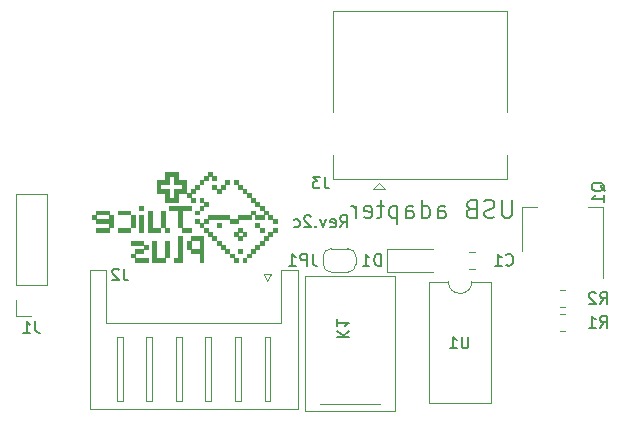
<source format=gbo>
G04 #@! TF.GenerationSoftware,KiCad,Pcbnew,5.1.9+dfsg1-1+deb11u1*
G04 #@! TF.CreationDate,2023-06-30T23:04:53+09:00*
G04 #@! TF.ProjectId,tablet-usb-adapter,7461626c-6574-42d7-9573-622d61646170,rev?*
G04 #@! TF.SameCoordinates,Original*
G04 #@! TF.FileFunction,Legend,Bot*
G04 #@! TF.FilePolarity,Positive*
%FSLAX46Y46*%
G04 Gerber Fmt 4.6, Leading zero omitted, Abs format (unit mm)*
G04 Created by KiCad (PCBNEW 5.1.9+dfsg1-1+deb11u1) date 2023-06-30 23:04:53*
%MOMM*%
%LPD*%
G01*
G04 APERTURE LIST*
%ADD10C,0.150000*%
%ADD11C,0.200000*%
%ADD12C,0.010000*%
%ADD13C,0.120000*%
%ADD14C,5.600000*%
%ADD15R,1.700000X1.700000*%
%ADD16O,1.700000X1.700000*%
%ADD17O,1.700000X1.950000*%
%ADD18C,3.500000*%
%ADD19R,1.524000X1.524000*%
%ADD20C,1.524000*%
%ADD21R,3.800000X2.000000*%
%ADD22R,1.500000X2.000000*%
%ADD23R,1.600000X1.600000*%
%ADD24O,1.600000X1.600000*%
%ADD25R,0.900000X1.200000*%
%ADD26C,0.100000*%
G04 APERTURE END LIST*
D10*
X124642857Y-75452380D02*
X124976190Y-74976190D01*
X125214285Y-75452380D02*
X125214285Y-74452380D01*
X124833333Y-74452380D01*
X124738095Y-74500000D01*
X124690476Y-74547619D01*
X124642857Y-74642857D01*
X124642857Y-74785714D01*
X124690476Y-74880952D01*
X124738095Y-74928571D01*
X124833333Y-74976190D01*
X125214285Y-74976190D01*
X123833333Y-75404761D02*
X123928571Y-75452380D01*
X124119047Y-75452380D01*
X124214285Y-75404761D01*
X124261904Y-75309523D01*
X124261904Y-74928571D01*
X124214285Y-74833333D01*
X124119047Y-74785714D01*
X123928571Y-74785714D01*
X123833333Y-74833333D01*
X123785714Y-74928571D01*
X123785714Y-75023809D01*
X124261904Y-75119047D01*
X123452380Y-74785714D02*
X123214285Y-75452380D01*
X122976190Y-74785714D01*
X122595238Y-75357142D02*
X122547619Y-75404761D01*
X122595238Y-75452380D01*
X122642857Y-75404761D01*
X122595238Y-75357142D01*
X122595238Y-75452380D01*
X122166666Y-74547619D02*
X122119047Y-74500000D01*
X122023809Y-74452380D01*
X121785714Y-74452380D01*
X121690476Y-74500000D01*
X121642857Y-74547619D01*
X121595238Y-74642857D01*
X121595238Y-74738095D01*
X121642857Y-74880952D01*
X122214285Y-75452380D01*
X121595238Y-75452380D01*
X120738095Y-75404761D02*
X120833333Y-75452380D01*
X121023809Y-75452380D01*
X121119047Y-75404761D01*
X121166666Y-75357142D01*
X121214285Y-75261904D01*
X121214285Y-74976190D01*
X121166666Y-74880952D01*
X121119047Y-74833333D01*
X121023809Y-74785714D01*
X120833333Y-74785714D01*
X120738095Y-74833333D01*
D11*
X139214285Y-73178571D02*
X139214285Y-74392857D01*
X139142857Y-74535714D01*
X139071428Y-74607142D01*
X138928571Y-74678571D01*
X138642857Y-74678571D01*
X138500000Y-74607142D01*
X138428571Y-74535714D01*
X138357142Y-74392857D01*
X138357142Y-73178571D01*
X137714285Y-74607142D02*
X137500000Y-74678571D01*
X137142857Y-74678571D01*
X137000000Y-74607142D01*
X136928571Y-74535714D01*
X136857142Y-74392857D01*
X136857142Y-74250000D01*
X136928571Y-74107142D01*
X137000000Y-74035714D01*
X137142857Y-73964285D01*
X137428571Y-73892857D01*
X137571428Y-73821428D01*
X137642857Y-73750000D01*
X137714285Y-73607142D01*
X137714285Y-73464285D01*
X137642857Y-73321428D01*
X137571428Y-73250000D01*
X137428571Y-73178571D01*
X137071428Y-73178571D01*
X136857142Y-73250000D01*
X135714285Y-73892857D02*
X135500000Y-73964285D01*
X135428571Y-74035714D01*
X135357142Y-74178571D01*
X135357142Y-74392857D01*
X135428571Y-74535714D01*
X135500000Y-74607142D01*
X135642857Y-74678571D01*
X136214285Y-74678571D01*
X136214285Y-73178571D01*
X135714285Y-73178571D01*
X135571428Y-73250000D01*
X135500000Y-73321428D01*
X135428571Y-73464285D01*
X135428571Y-73607142D01*
X135500000Y-73750000D01*
X135571428Y-73821428D01*
X135714285Y-73892857D01*
X136214285Y-73892857D01*
X132928571Y-74678571D02*
X132928571Y-73892857D01*
X133000000Y-73750000D01*
X133142857Y-73678571D01*
X133428571Y-73678571D01*
X133571428Y-73750000D01*
X132928571Y-74607142D02*
X133071428Y-74678571D01*
X133428571Y-74678571D01*
X133571428Y-74607142D01*
X133642857Y-74464285D01*
X133642857Y-74321428D01*
X133571428Y-74178571D01*
X133428571Y-74107142D01*
X133071428Y-74107142D01*
X132928571Y-74035714D01*
X131571428Y-74678571D02*
X131571428Y-73178571D01*
X131571428Y-74607142D02*
X131714285Y-74678571D01*
X132000000Y-74678571D01*
X132142857Y-74607142D01*
X132214285Y-74535714D01*
X132285714Y-74392857D01*
X132285714Y-73964285D01*
X132214285Y-73821428D01*
X132142857Y-73750000D01*
X132000000Y-73678571D01*
X131714285Y-73678571D01*
X131571428Y-73750000D01*
X130214285Y-74678571D02*
X130214285Y-73892857D01*
X130285714Y-73750000D01*
X130428571Y-73678571D01*
X130714285Y-73678571D01*
X130857142Y-73750000D01*
X130214285Y-74607142D02*
X130357142Y-74678571D01*
X130714285Y-74678571D01*
X130857142Y-74607142D01*
X130928571Y-74464285D01*
X130928571Y-74321428D01*
X130857142Y-74178571D01*
X130714285Y-74107142D01*
X130357142Y-74107142D01*
X130214285Y-74035714D01*
X129500000Y-73678571D02*
X129500000Y-75178571D01*
X129500000Y-73750000D02*
X129357142Y-73678571D01*
X129071428Y-73678571D01*
X128928571Y-73750000D01*
X128857142Y-73821428D01*
X128785714Y-73964285D01*
X128785714Y-74392857D01*
X128857142Y-74535714D01*
X128928571Y-74607142D01*
X129071428Y-74678571D01*
X129357142Y-74678571D01*
X129500000Y-74607142D01*
X128357142Y-73678571D02*
X127785714Y-73678571D01*
X128142857Y-73178571D02*
X128142857Y-74464285D01*
X128071428Y-74607142D01*
X127928571Y-74678571D01*
X127785714Y-74678571D01*
X126714285Y-74607142D02*
X126857142Y-74678571D01*
X127142857Y-74678571D01*
X127285714Y-74607142D01*
X127357142Y-74464285D01*
X127357142Y-73892857D01*
X127285714Y-73750000D01*
X127142857Y-73678571D01*
X126857142Y-73678571D01*
X126714285Y-73750000D01*
X126642857Y-73892857D01*
X126642857Y-74035714D01*
X127357142Y-74178571D01*
X126000000Y-74678571D02*
X126000000Y-73678571D01*
X126000000Y-73964285D02*
X125928571Y-73821428D01*
X125857142Y-73750000D01*
X125714285Y-73678571D01*
X125571428Y-73678571D01*
D12*
G36*
X109840533Y-71087934D02*
G01*
X110170733Y-71087934D01*
X110170733Y-70757734D01*
X109840533Y-70757734D01*
X109840533Y-71087934D01*
G37*
X109840533Y-71087934D02*
X110170733Y-71087934D01*
X110170733Y-70757734D01*
X109840533Y-70757734D01*
X109840533Y-71087934D01*
G36*
X110204600Y-71087934D02*
G01*
X110534800Y-71087934D01*
X110534800Y-70757734D01*
X110204600Y-70757734D01*
X110204600Y-71087934D01*
G37*
X110204600Y-71087934D02*
X110534800Y-71087934D01*
X110534800Y-70757734D01*
X110204600Y-70757734D01*
X110204600Y-71087934D01*
G36*
X110568666Y-71087934D02*
G01*
X110898866Y-71087934D01*
X110898866Y-70757734D01*
X110568666Y-70757734D01*
X110568666Y-71087934D01*
G37*
X110568666Y-71087934D02*
X110898866Y-71087934D01*
X110898866Y-70757734D01*
X110568666Y-70757734D01*
X110568666Y-71087934D01*
G36*
X113481200Y-71087934D02*
G01*
X113811400Y-71087934D01*
X113811400Y-70757734D01*
X113481200Y-70757734D01*
X113481200Y-71087934D01*
G37*
X113481200Y-71087934D02*
X113811400Y-71087934D01*
X113811400Y-70757734D01*
X113481200Y-70757734D01*
X113481200Y-71087934D01*
G36*
X109840533Y-71452000D02*
G01*
X110170733Y-71452000D01*
X110170733Y-71121800D01*
X109840533Y-71121800D01*
X109840533Y-71452000D01*
G37*
X109840533Y-71452000D02*
X110170733Y-71452000D01*
X110170733Y-71121800D01*
X109840533Y-71121800D01*
X109840533Y-71452000D01*
G36*
X110568666Y-71452000D02*
G01*
X110898866Y-71452000D01*
X110898866Y-71121800D01*
X110568666Y-71121800D01*
X110568666Y-71452000D01*
G37*
X110568666Y-71452000D02*
X110898866Y-71452000D01*
X110898866Y-71121800D01*
X110568666Y-71121800D01*
X110568666Y-71452000D01*
G36*
X113117133Y-71452000D02*
G01*
X113447333Y-71452000D01*
X113447333Y-71121800D01*
X113117133Y-71121800D01*
X113117133Y-71452000D01*
G37*
X113117133Y-71452000D02*
X113447333Y-71452000D01*
X113447333Y-71121800D01*
X113117133Y-71121800D01*
X113117133Y-71452000D01*
G36*
X113845266Y-71452000D02*
G01*
X114175466Y-71452000D01*
X114175466Y-71121800D01*
X113845266Y-71121800D01*
X113845266Y-71452000D01*
G37*
X113845266Y-71452000D02*
X114175466Y-71452000D01*
X114175466Y-71121800D01*
X113845266Y-71121800D01*
X113845266Y-71452000D01*
G36*
X109112400Y-71816067D02*
G01*
X109442600Y-71816067D01*
X109442600Y-71485867D01*
X109112400Y-71485867D01*
X109112400Y-71816067D01*
G37*
X109112400Y-71816067D02*
X109442600Y-71816067D01*
X109442600Y-71485867D01*
X109112400Y-71485867D01*
X109112400Y-71816067D01*
G36*
X109476466Y-71816067D02*
G01*
X109806666Y-71816067D01*
X109806666Y-71485867D01*
X109476466Y-71485867D01*
X109476466Y-71816067D01*
G37*
X109476466Y-71816067D02*
X109806666Y-71816067D01*
X109806666Y-71485867D01*
X109476466Y-71485867D01*
X109476466Y-71816067D01*
G36*
X109840533Y-71816067D02*
G01*
X110170733Y-71816067D01*
X110170733Y-71485867D01*
X109840533Y-71485867D01*
X109840533Y-71816067D01*
G37*
X109840533Y-71816067D02*
X110170733Y-71816067D01*
X110170733Y-71485867D01*
X109840533Y-71485867D01*
X109840533Y-71816067D01*
G36*
X110568666Y-71816067D02*
G01*
X110898866Y-71816067D01*
X110898866Y-71485867D01*
X110568666Y-71485867D01*
X110568666Y-71816067D01*
G37*
X110568666Y-71816067D02*
X110898866Y-71816067D01*
X110898866Y-71485867D01*
X110568666Y-71485867D01*
X110568666Y-71816067D01*
G36*
X110932733Y-71816067D02*
G01*
X111262933Y-71816067D01*
X111262933Y-71485867D01*
X110932733Y-71485867D01*
X110932733Y-71816067D01*
G37*
X110932733Y-71816067D02*
X111262933Y-71816067D01*
X111262933Y-71485867D01*
X110932733Y-71485867D01*
X110932733Y-71816067D01*
G36*
X111296800Y-71816067D02*
G01*
X111627000Y-71816067D01*
X111627000Y-71485867D01*
X111296800Y-71485867D01*
X111296800Y-71816067D01*
G37*
X111296800Y-71816067D02*
X111627000Y-71816067D01*
X111627000Y-71485867D01*
X111296800Y-71485867D01*
X111296800Y-71816067D01*
G36*
X112753067Y-71816067D02*
G01*
X113083267Y-71816067D01*
X113083267Y-71485867D01*
X112753067Y-71485867D01*
X112753067Y-71816067D01*
G37*
X112753067Y-71816067D02*
X113083267Y-71816067D01*
X113083267Y-71485867D01*
X112753067Y-71485867D01*
X112753067Y-71816067D01*
G36*
X114937466Y-71816067D02*
G01*
X115267666Y-71816067D01*
X115267666Y-71485867D01*
X114937466Y-71485867D01*
X114937466Y-71816067D01*
G37*
X114937466Y-71816067D02*
X115267666Y-71816067D01*
X115267666Y-71485867D01*
X114937466Y-71485867D01*
X114937466Y-71816067D01*
G36*
X115665600Y-71816067D02*
G01*
X115995800Y-71816067D01*
X115995800Y-71485867D01*
X115665600Y-71485867D01*
X115665600Y-71816067D01*
G37*
X115665600Y-71816067D02*
X115995800Y-71816067D01*
X115995800Y-71485867D01*
X115665600Y-71485867D01*
X115665600Y-71816067D01*
G36*
X111296800Y-72180133D02*
G01*
X111627000Y-72180133D01*
X111627000Y-71849934D01*
X111296800Y-71849934D01*
X111296800Y-72180133D01*
G37*
X111296800Y-72180133D02*
X111627000Y-72180133D01*
X111627000Y-71849934D01*
X111296800Y-71849934D01*
X111296800Y-72180133D01*
G36*
X112389000Y-72180133D02*
G01*
X112719200Y-72180133D01*
X112719200Y-71849934D01*
X112389000Y-71849934D01*
X112389000Y-72180133D01*
G37*
X112389000Y-72180133D02*
X112719200Y-72180133D01*
X112719200Y-71849934D01*
X112389000Y-71849934D01*
X112389000Y-72180133D01*
G36*
X113845266Y-72180133D02*
G01*
X114175466Y-72180133D01*
X114175466Y-71849934D01*
X113845266Y-71849934D01*
X113845266Y-72180133D01*
G37*
X113845266Y-72180133D02*
X114175466Y-72180133D01*
X114175466Y-71849934D01*
X113845266Y-71849934D01*
X113845266Y-72180133D01*
G36*
X114573400Y-72180133D02*
G01*
X114903600Y-72180133D01*
X114903600Y-71849934D01*
X114573400Y-71849934D01*
X114573400Y-72180133D01*
G37*
X114573400Y-72180133D02*
X114903600Y-72180133D01*
X114903600Y-71849934D01*
X114573400Y-71849934D01*
X114573400Y-72180133D01*
G36*
X116029667Y-72180133D02*
G01*
X116359867Y-72180133D01*
X116359867Y-71849934D01*
X116029667Y-71849934D01*
X116029667Y-72180133D01*
G37*
X116029667Y-72180133D02*
X116359867Y-72180133D01*
X116359867Y-71849934D01*
X116029667Y-71849934D01*
X116029667Y-72180133D01*
G36*
X109112400Y-72188600D02*
G01*
X109442600Y-72188600D01*
X109442600Y-71858400D01*
X109112400Y-71858400D01*
X109112400Y-72188600D01*
G37*
X109112400Y-72188600D02*
X109442600Y-72188600D01*
X109442600Y-71858400D01*
X109112400Y-71858400D01*
X109112400Y-72188600D01*
G36*
X109112400Y-72544200D02*
G01*
X109442600Y-72544200D01*
X109442600Y-72214000D01*
X109112400Y-72214000D01*
X109112400Y-72544200D01*
G37*
X109112400Y-72544200D02*
X109442600Y-72544200D01*
X109442600Y-72214000D01*
X109112400Y-72214000D01*
X109112400Y-72544200D01*
G36*
X109476466Y-72544200D02*
G01*
X109806666Y-72544200D01*
X109806666Y-72214000D01*
X109476466Y-72214000D01*
X109476466Y-72544200D01*
G37*
X109476466Y-72544200D02*
X109806666Y-72544200D01*
X109806666Y-72214000D01*
X109476466Y-72214000D01*
X109476466Y-72544200D01*
G36*
X109840533Y-72544200D02*
G01*
X110170733Y-72544200D01*
X110170733Y-72214000D01*
X109840533Y-72214000D01*
X109840533Y-72544200D01*
G37*
X109840533Y-72544200D02*
X110170733Y-72544200D01*
X110170733Y-72214000D01*
X109840533Y-72214000D01*
X109840533Y-72544200D01*
G36*
X110568666Y-72544200D02*
G01*
X110898866Y-72544200D01*
X110898866Y-72214000D01*
X110568666Y-72214000D01*
X110568666Y-72544200D01*
G37*
X110568666Y-72544200D02*
X110898866Y-72544200D01*
X110898866Y-72214000D01*
X110568666Y-72214000D01*
X110568666Y-72544200D01*
G36*
X110932733Y-72544200D02*
G01*
X111262933Y-72544200D01*
X111262933Y-72214000D01*
X110932733Y-72214000D01*
X110932733Y-72544200D01*
G37*
X110932733Y-72544200D02*
X111262933Y-72544200D01*
X111262933Y-72214000D01*
X110932733Y-72214000D01*
X110932733Y-72544200D01*
G36*
X111296800Y-72544200D02*
G01*
X111627000Y-72544200D01*
X111627000Y-72214000D01*
X111296800Y-72214000D01*
X111296800Y-72544200D01*
G37*
X111296800Y-72544200D02*
X111627000Y-72544200D01*
X111627000Y-72214000D01*
X111296800Y-72214000D01*
X111296800Y-72544200D01*
G36*
X112024933Y-72544200D02*
G01*
X112355133Y-72544200D01*
X112355133Y-72214000D01*
X112024933Y-72214000D01*
X112024933Y-72544200D01*
G37*
X112024933Y-72544200D02*
X112355133Y-72544200D01*
X112355133Y-72214000D01*
X112024933Y-72214000D01*
X112024933Y-72544200D01*
G36*
X114209333Y-72544200D02*
G01*
X114539533Y-72544200D01*
X114539533Y-72214000D01*
X114209333Y-72214000D01*
X114209333Y-72544200D01*
G37*
X114209333Y-72544200D02*
X114539533Y-72544200D01*
X114539533Y-72214000D01*
X114209333Y-72214000D01*
X114209333Y-72544200D01*
G36*
X116393733Y-72544200D02*
G01*
X116723933Y-72544200D01*
X116723933Y-72214000D01*
X116393733Y-72214000D01*
X116393733Y-72544200D01*
G37*
X116393733Y-72544200D02*
X116723933Y-72544200D01*
X116723933Y-72214000D01*
X116393733Y-72214000D01*
X116393733Y-72544200D01*
G36*
X109840533Y-72908267D02*
G01*
X110170733Y-72908267D01*
X110170733Y-72578067D01*
X109840533Y-72578067D01*
X109840533Y-72908267D01*
G37*
X109840533Y-72908267D02*
X110170733Y-72908267D01*
X110170733Y-72578067D01*
X109840533Y-72578067D01*
X109840533Y-72908267D01*
G36*
X110568666Y-72908267D02*
G01*
X110898866Y-72908267D01*
X110898866Y-72578067D01*
X110568666Y-72578067D01*
X110568666Y-72908267D01*
G37*
X110568666Y-72908267D02*
X110898866Y-72908267D01*
X110898866Y-72578067D01*
X110568666Y-72578067D01*
X110568666Y-72908267D01*
G36*
X111660867Y-72908267D02*
G01*
X111991067Y-72908267D01*
X111991067Y-72578067D01*
X111660867Y-72578067D01*
X111660867Y-72908267D01*
G37*
X111660867Y-72908267D02*
X111991067Y-72908267D01*
X111991067Y-72578067D01*
X111660867Y-72578067D01*
X111660867Y-72908267D01*
G36*
X116757800Y-72908267D02*
G01*
X117088000Y-72908267D01*
X117088000Y-72578067D01*
X116757800Y-72578067D01*
X116757800Y-72908267D01*
G37*
X116757800Y-72908267D02*
X117088000Y-72908267D01*
X117088000Y-72578067D01*
X116757800Y-72578067D01*
X116757800Y-72908267D01*
G36*
X109840533Y-73272334D02*
G01*
X110170733Y-73272334D01*
X110170733Y-72942134D01*
X109840533Y-72942134D01*
X109840533Y-73272334D01*
G37*
X109840533Y-73272334D02*
X110170733Y-73272334D01*
X110170733Y-72942134D01*
X109840533Y-72942134D01*
X109840533Y-73272334D01*
G36*
X110204600Y-73272334D02*
G01*
X110534800Y-73272334D01*
X110534800Y-72942134D01*
X110204600Y-72942134D01*
X110204600Y-73272334D01*
G37*
X110204600Y-73272334D02*
X110534800Y-73272334D01*
X110534800Y-72942134D01*
X110204600Y-72942134D01*
X110204600Y-73272334D01*
G36*
X110568666Y-73272334D02*
G01*
X110898866Y-73272334D01*
X110898866Y-72942134D01*
X110568666Y-72942134D01*
X110568666Y-73272334D01*
G37*
X110568666Y-73272334D02*
X110898866Y-73272334D01*
X110898866Y-72942134D01*
X110568666Y-72942134D01*
X110568666Y-73272334D01*
G36*
X112024933Y-73272334D02*
G01*
X112355133Y-73272334D01*
X112355133Y-72942134D01*
X112024933Y-72942134D01*
X112024933Y-73272334D01*
G37*
X112024933Y-73272334D02*
X112355133Y-73272334D01*
X112355133Y-72942134D01*
X112024933Y-72942134D01*
X112024933Y-73272334D01*
G36*
X112753067Y-73272334D02*
G01*
X113083267Y-73272334D01*
X113083267Y-72942134D01*
X112753067Y-72942134D01*
X112753067Y-73272334D01*
G37*
X112753067Y-73272334D02*
X113083267Y-73272334D01*
X113083267Y-72942134D01*
X112753067Y-72942134D01*
X112753067Y-73272334D01*
G36*
X117121866Y-73272334D02*
G01*
X117452066Y-73272334D01*
X117452066Y-72942134D01*
X117121866Y-72942134D01*
X117121866Y-73272334D01*
G37*
X117121866Y-73272334D02*
X117452066Y-73272334D01*
X117452066Y-72942134D01*
X117121866Y-72942134D01*
X117121866Y-73272334D01*
G36*
X113117133Y-73636400D02*
G01*
X113447333Y-73636400D01*
X113447333Y-73306200D01*
X113117133Y-73306200D01*
X113117133Y-73636400D01*
G37*
X113117133Y-73636400D02*
X113447333Y-73636400D01*
X113447333Y-73306200D01*
X113117133Y-73306200D01*
X113117133Y-73636400D01*
G36*
X117485933Y-73636400D02*
G01*
X117816133Y-73636400D01*
X117816133Y-73306200D01*
X117485933Y-73306200D01*
X117485933Y-73636400D01*
G37*
X117485933Y-73636400D02*
X117816133Y-73636400D01*
X117816133Y-73306200D01*
X117485933Y-73306200D01*
X117485933Y-73636400D01*
G36*
X107656133Y-74000467D02*
G01*
X107986333Y-74000467D01*
X107986333Y-73670267D01*
X107656133Y-73670267D01*
X107656133Y-74000467D01*
G37*
X107656133Y-74000467D02*
X107986333Y-74000467D01*
X107986333Y-73670267D01*
X107656133Y-73670267D01*
X107656133Y-74000467D01*
G36*
X110204600Y-74000467D02*
G01*
X110534800Y-74000467D01*
X110534800Y-73670267D01*
X110204600Y-73670267D01*
X110204600Y-74000467D01*
G37*
X110204600Y-74000467D02*
X110534800Y-74000467D01*
X110534800Y-73670267D01*
X110204600Y-73670267D01*
X110204600Y-74000467D01*
G36*
X110568666Y-74000467D02*
G01*
X110898866Y-74000467D01*
X110898866Y-73670267D01*
X110568666Y-73670267D01*
X110568666Y-74000467D01*
G37*
X110568666Y-74000467D02*
X110898866Y-74000467D01*
X110898866Y-73670267D01*
X110568666Y-73670267D01*
X110568666Y-74000467D01*
G36*
X110932733Y-74000467D02*
G01*
X111262933Y-74000467D01*
X111262933Y-73670267D01*
X110932733Y-73670267D01*
X110932733Y-74000467D01*
G37*
X110932733Y-74000467D02*
X111262933Y-74000467D01*
X111262933Y-73670267D01*
X110932733Y-73670267D01*
X110932733Y-74000467D01*
G36*
X111296800Y-74000467D02*
G01*
X111627000Y-74000467D01*
X111627000Y-73670267D01*
X111296800Y-73670267D01*
X111296800Y-74000467D01*
G37*
X111296800Y-74000467D02*
X111627000Y-74000467D01*
X111627000Y-73670267D01*
X111296800Y-73670267D01*
X111296800Y-74000467D01*
G36*
X111660867Y-74000467D02*
G01*
X111991067Y-74000467D01*
X111991067Y-73670267D01*
X111660867Y-73670267D01*
X111660867Y-74000467D01*
G37*
X111660867Y-74000467D02*
X111991067Y-74000467D01*
X111991067Y-73670267D01*
X111660867Y-73670267D01*
X111660867Y-74000467D01*
G36*
X112753067Y-74000467D02*
G01*
X113083267Y-74000467D01*
X113083267Y-73670267D01*
X112753067Y-73670267D01*
X112753067Y-74000467D01*
G37*
X112753067Y-74000467D02*
X113083267Y-74000467D01*
X113083267Y-73670267D01*
X112753067Y-73670267D01*
X112753067Y-74000467D01*
G36*
X117850000Y-74000467D02*
G01*
X118180200Y-74000467D01*
X118180200Y-73670267D01*
X117850000Y-73670267D01*
X117850000Y-74000467D01*
G37*
X117850000Y-74000467D02*
X118180200Y-74000467D01*
X118180200Y-73670267D01*
X117850000Y-73670267D01*
X117850000Y-74000467D01*
G36*
X104015467Y-74364533D02*
G01*
X104345667Y-74364533D01*
X104345667Y-74034333D01*
X104015467Y-74034333D01*
X104015467Y-74364533D01*
G37*
X104015467Y-74364533D02*
X104345667Y-74364533D01*
X104345667Y-74034333D01*
X104015467Y-74034333D01*
X104015467Y-74364533D01*
G36*
X104379533Y-74364533D02*
G01*
X104709733Y-74364533D01*
X104709733Y-74034333D01*
X104379533Y-74034333D01*
X104379533Y-74364533D01*
G37*
X104379533Y-74364533D02*
X104709733Y-74364533D01*
X104709733Y-74034333D01*
X104379533Y-74034333D01*
X104379533Y-74364533D01*
G36*
X104743600Y-74364533D02*
G01*
X105073800Y-74364533D01*
X105073800Y-74034333D01*
X104743600Y-74034333D01*
X104743600Y-74364533D01*
G37*
X104743600Y-74364533D02*
X105073800Y-74364533D01*
X105073800Y-74034333D01*
X104743600Y-74034333D01*
X104743600Y-74364533D01*
G36*
X105835800Y-74364533D02*
G01*
X106166000Y-74364533D01*
X106166000Y-74034333D01*
X105835800Y-74034333D01*
X105835800Y-74364533D01*
G37*
X105835800Y-74364533D02*
X106166000Y-74364533D01*
X106166000Y-74034333D01*
X105835800Y-74034333D01*
X105835800Y-74364533D01*
G36*
X106199867Y-74364533D02*
G01*
X106530067Y-74364533D01*
X106530067Y-74034333D01*
X106199867Y-74034333D01*
X106199867Y-74364533D01*
G37*
X106199867Y-74364533D02*
X106530067Y-74364533D01*
X106530067Y-74034333D01*
X106199867Y-74034333D01*
X106199867Y-74364533D01*
G36*
X106563933Y-74364533D02*
G01*
X106894133Y-74364533D01*
X106894133Y-74034333D01*
X106563933Y-74034333D01*
X106563933Y-74364533D01*
G37*
X106563933Y-74364533D02*
X106894133Y-74364533D01*
X106894133Y-74034333D01*
X106563933Y-74034333D01*
X106563933Y-74364533D01*
G36*
X108384266Y-74364533D02*
G01*
X108714466Y-74364533D01*
X108714466Y-74034333D01*
X108384266Y-74034333D01*
X108384266Y-74364533D01*
G37*
X108384266Y-74364533D02*
X108714466Y-74364533D01*
X108714466Y-74034333D01*
X108384266Y-74034333D01*
X108384266Y-74364533D01*
G36*
X109476466Y-74364533D02*
G01*
X109806666Y-74364533D01*
X109806666Y-74034333D01*
X109476466Y-74034333D01*
X109476466Y-74364533D01*
G37*
X109476466Y-74364533D02*
X109806666Y-74364533D01*
X109806666Y-74034333D01*
X109476466Y-74034333D01*
X109476466Y-74364533D01*
G36*
X110932733Y-74364533D02*
G01*
X111262933Y-74364533D01*
X111262933Y-74034333D01*
X110932733Y-74034333D01*
X110932733Y-74364533D01*
G37*
X110932733Y-74364533D02*
X111262933Y-74364533D01*
X111262933Y-74034333D01*
X110932733Y-74034333D01*
X110932733Y-74364533D01*
G36*
X112389000Y-74364533D02*
G01*
X112719200Y-74364533D01*
X112719200Y-74034333D01*
X112389000Y-74034333D01*
X112389000Y-74364533D01*
G37*
X112389000Y-74364533D02*
X112719200Y-74364533D01*
X112719200Y-74034333D01*
X112389000Y-74034333D01*
X112389000Y-74364533D01*
G36*
X117121866Y-74364533D02*
G01*
X117452066Y-74364533D01*
X117452066Y-74034333D01*
X117121866Y-74034333D01*
X117121866Y-74364533D01*
G37*
X117121866Y-74364533D02*
X117452066Y-74364533D01*
X117452066Y-74034333D01*
X117121866Y-74034333D01*
X117121866Y-74364533D01*
G36*
X118214067Y-74364533D02*
G01*
X118544266Y-74364533D01*
X118544266Y-74034333D01*
X118214067Y-74034333D01*
X118214067Y-74364533D01*
G37*
X118214067Y-74364533D02*
X118544266Y-74364533D01*
X118544266Y-74034333D01*
X118214067Y-74034333D01*
X118214067Y-74364533D01*
G36*
X103651400Y-74728600D02*
G01*
X103981600Y-74728600D01*
X103981600Y-74398400D01*
X103651400Y-74398400D01*
X103651400Y-74728600D01*
G37*
X103651400Y-74728600D02*
X103981600Y-74728600D01*
X103981600Y-74398400D01*
X103651400Y-74398400D01*
X103651400Y-74728600D01*
G36*
X105107667Y-74728600D02*
G01*
X105437867Y-74728600D01*
X105437867Y-74398400D01*
X105107667Y-74398400D01*
X105107667Y-74728600D01*
G37*
X105107667Y-74728600D02*
X105437867Y-74728600D01*
X105437867Y-74398400D01*
X105107667Y-74398400D01*
X105107667Y-74728600D01*
G36*
X106928000Y-74728600D02*
G01*
X107258200Y-74728600D01*
X107258200Y-74398400D01*
X106928000Y-74398400D01*
X106928000Y-74728600D01*
G37*
X106928000Y-74728600D02*
X107258200Y-74728600D01*
X107258200Y-74398400D01*
X106928000Y-74398400D01*
X106928000Y-74728600D01*
G36*
X107656133Y-74728600D02*
G01*
X107986333Y-74728600D01*
X107986333Y-74398400D01*
X107656133Y-74398400D01*
X107656133Y-74728600D01*
G37*
X107656133Y-74728600D02*
X107986333Y-74728600D01*
X107986333Y-74398400D01*
X107656133Y-74398400D01*
X107656133Y-74728600D01*
G36*
X108384266Y-74728600D02*
G01*
X108714466Y-74728600D01*
X108714466Y-74398400D01*
X108384266Y-74398400D01*
X108384266Y-74728600D01*
G37*
X108384266Y-74728600D02*
X108714466Y-74728600D01*
X108714466Y-74398400D01*
X108384266Y-74398400D01*
X108384266Y-74728600D01*
G36*
X109476466Y-74728600D02*
G01*
X109806666Y-74728600D01*
X109806666Y-74398400D01*
X109476466Y-74398400D01*
X109476466Y-74728600D01*
G37*
X109476466Y-74728600D02*
X109806666Y-74728600D01*
X109806666Y-74398400D01*
X109476466Y-74398400D01*
X109476466Y-74728600D01*
G36*
X110932733Y-74728600D02*
G01*
X111262933Y-74728600D01*
X111262933Y-74398400D01*
X110932733Y-74398400D01*
X110932733Y-74728600D01*
G37*
X110932733Y-74728600D02*
X111262933Y-74728600D01*
X111262933Y-74398400D01*
X110932733Y-74398400D01*
X110932733Y-74728600D01*
G36*
X113481200Y-74728600D02*
G01*
X113811400Y-74728600D01*
X113811400Y-74398400D01*
X113481200Y-74398400D01*
X113481200Y-74728600D01*
G37*
X113481200Y-74728600D02*
X113811400Y-74728600D01*
X113811400Y-74398400D01*
X113481200Y-74398400D01*
X113481200Y-74728600D01*
G36*
X113845266Y-74728600D02*
G01*
X114175466Y-74728600D01*
X114175466Y-74398400D01*
X113845266Y-74398400D01*
X113845266Y-74728600D01*
G37*
X113845266Y-74728600D02*
X114175466Y-74728600D01*
X114175466Y-74398400D01*
X113845266Y-74398400D01*
X113845266Y-74728600D01*
G36*
X114209333Y-74728600D02*
G01*
X114539533Y-74728600D01*
X114539533Y-74398400D01*
X114209333Y-74398400D01*
X114209333Y-74728600D01*
G37*
X114209333Y-74728600D02*
X114539533Y-74728600D01*
X114539533Y-74398400D01*
X114209333Y-74398400D01*
X114209333Y-74728600D01*
G36*
X114573400Y-74728600D02*
G01*
X114903600Y-74728600D01*
X114903600Y-74398400D01*
X114573400Y-74398400D01*
X114573400Y-74728600D01*
G37*
X114573400Y-74728600D02*
X114903600Y-74728600D01*
X114903600Y-74398400D01*
X114573400Y-74398400D01*
X114573400Y-74728600D01*
G36*
X114937466Y-74728600D02*
G01*
X115267666Y-74728600D01*
X115267666Y-74398400D01*
X114937466Y-74398400D01*
X114937466Y-74728600D01*
G37*
X114937466Y-74728600D02*
X115267666Y-74728600D01*
X115267666Y-74398400D01*
X114937466Y-74398400D01*
X114937466Y-74728600D01*
G36*
X116029667Y-74728600D02*
G01*
X116359867Y-74728600D01*
X116359867Y-74398400D01*
X116029667Y-74398400D01*
X116029667Y-74728600D01*
G37*
X116029667Y-74728600D02*
X116359867Y-74728600D01*
X116359867Y-74398400D01*
X116029667Y-74398400D01*
X116029667Y-74728600D01*
G36*
X116393733Y-74728600D02*
G01*
X116723933Y-74728600D01*
X116723933Y-74398400D01*
X116393733Y-74398400D01*
X116393733Y-74728600D01*
G37*
X116393733Y-74728600D02*
X116723933Y-74728600D01*
X116723933Y-74398400D01*
X116393733Y-74398400D01*
X116393733Y-74728600D01*
G36*
X116757800Y-74728600D02*
G01*
X117088000Y-74728600D01*
X117088000Y-74398400D01*
X116757800Y-74398400D01*
X116757800Y-74728600D01*
G37*
X116757800Y-74728600D02*
X117088000Y-74728600D01*
X117088000Y-74398400D01*
X116757800Y-74398400D01*
X116757800Y-74728600D01*
G36*
X117485933Y-74728600D02*
G01*
X117816133Y-74728600D01*
X117816133Y-74398400D01*
X117485933Y-74398400D01*
X117485933Y-74728600D01*
G37*
X117485933Y-74728600D02*
X117816133Y-74728600D01*
X117816133Y-74398400D01*
X117485933Y-74398400D01*
X117485933Y-74728600D01*
G36*
X117850000Y-74728600D02*
G01*
X118180200Y-74728600D01*
X118180200Y-74398400D01*
X117850000Y-74398400D01*
X117850000Y-74728600D01*
G37*
X117850000Y-74728600D02*
X118180200Y-74728600D01*
X118180200Y-74398400D01*
X117850000Y-74398400D01*
X117850000Y-74728600D01*
G36*
X118578133Y-74728600D02*
G01*
X118908333Y-74728600D01*
X118908333Y-74398400D01*
X118578133Y-74398400D01*
X118578133Y-74728600D01*
G37*
X118578133Y-74728600D02*
X118908333Y-74728600D01*
X118908333Y-74398400D01*
X118578133Y-74398400D01*
X118578133Y-74728600D01*
G36*
X104015467Y-75092667D02*
G01*
X104345667Y-75092667D01*
X104345667Y-74762467D01*
X104015467Y-74762467D01*
X104015467Y-75092667D01*
G37*
X104015467Y-75092667D02*
X104345667Y-75092667D01*
X104345667Y-74762467D01*
X104015467Y-74762467D01*
X104015467Y-75092667D01*
G36*
X104379533Y-75092667D02*
G01*
X104709733Y-75092667D01*
X104709733Y-74762467D01*
X104379533Y-74762467D01*
X104379533Y-75092667D01*
G37*
X104379533Y-75092667D02*
X104709733Y-75092667D01*
X104709733Y-74762467D01*
X104379533Y-74762467D01*
X104379533Y-75092667D01*
G36*
X104743600Y-75092667D02*
G01*
X105073800Y-75092667D01*
X105073800Y-74762467D01*
X104743600Y-74762467D01*
X104743600Y-75092667D01*
G37*
X104743600Y-75092667D02*
X105073800Y-75092667D01*
X105073800Y-74762467D01*
X104743600Y-74762467D01*
X104743600Y-75092667D01*
G36*
X105107667Y-75092667D02*
G01*
X105437867Y-75092667D01*
X105437867Y-74762467D01*
X105107667Y-74762467D01*
X105107667Y-75092667D01*
G37*
X105107667Y-75092667D02*
X105437867Y-75092667D01*
X105437867Y-74762467D01*
X105107667Y-74762467D01*
X105107667Y-75092667D01*
G36*
X106928000Y-75092667D02*
G01*
X107258200Y-75092667D01*
X107258200Y-74762467D01*
X106928000Y-74762467D01*
X106928000Y-75092667D01*
G37*
X106928000Y-75092667D02*
X107258200Y-75092667D01*
X107258200Y-74762467D01*
X106928000Y-74762467D01*
X106928000Y-75092667D01*
G36*
X107656133Y-75092667D02*
G01*
X107986333Y-75092667D01*
X107986333Y-74762467D01*
X107656133Y-74762467D01*
X107656133Y-75092667D01*
G37*
X107656133Y-75092667D02*
X107986333Y-75092667D01*
X107986333Y-74762467D01*
X107656133Y-74762467D01*
X107656133Y-75092667D01*
G36*
X108384266Y-75092667D02*
G01*
X108714466Y-75092667D01*
X108714466Y-74762467D01*
X108384266Y-74762467D01*
X108384266Y-75092667D01*
G37*
X108384266Y-75092667D02*
X108714466Y-75092667D01*
X108714466Y-74762467D01*
X108384266Y-74762467D01*
X108384266Y-75092667D01*
G36*
X109476466Y-75092667D02*
G01*
X109806666Y-75092667D01*
X109806666Y-74762467D01*
X109476466Y-74762467D01*
X109476466Y-75092667D01*
G37*
X109476466Y-75092667D02*
X109806666Y-75092667D01*
X109806666Y-74762467D01*
X109476466Y-74762467D01*
X109476466Y-75092667D01*
G36*
X110932733Y-75092667D02*
G01*
X111262933Y-75092667D01*
X111262933Y-74762467D01*
X110932733Y-74762467D01*
X110932733Y-75092667D01*
G37*
X110932733Y-75092667D02*
X111262933Y-75092667D01*
X111262933Y-74762467D01*
X110932733Y-74762467D01*
X110932733Y-75092667D01*
G36*
X112389000Y-75092667D02*
G01*
X112719200Y-75092667D01*
X112719200Y-74762467D01*
X112389000Y-74762467D01*
X112389000Y-75092667D01*
G37*
X112389000Y-75092667D02*
X112719200Y-75092667D01*
X112719200Y-74762467D01*
X112389000Y-74762467D01*
X112389000Y-75092667D01*
G36*
X113117133Y-75092667D02*
G01*
X113447333Y-75092667D01*
X113447333Y-74762467D01*
X113117133Y-74762467D01*
X113117133Y-75092667D01*
G37*
X113117133Y-75092667D02*
X113447333Y-75092667D01*
X113447333Y-74762467D01*
X113117133Y-74762467D01*
X113117133Y-75092667D01*
G36*
X115301533Y-75092667D02*
G01*
X115631733Y-75092667D01*
X115631733Y-74762467D01*
X115301533Y-74762467D01*
X115301533Y-75092667D01*
G37*
X115301533Y-75092667D02*
X115631733Y-75092667D01*
X115631733Y-74762467D01*
X115301533Y-74762467D01*
X115301533Y-75092667D01*
G36*
X115665600Y-75092667D02*
G01*
X115995800Y-75092667D01*
X115995800Y-74762467D01*
X115665600Y-74762467D01*
X115665600Y-75092667D01*
G37*
X115665600Y-75092667D02*
X115995800Y-75092667D01*
X115995800Y-74762467D01*
X115665600Y-74762467D01*
X115665600Y-75092667D01*
G36*
X118942200Y-75092667D02*
G01*
X119272400Y-75092667D01*
X119272400Y-74762467D01*
X118942200Y-74762467D01*
X118942200Y-75092667D01*
G37*
X118942200Y-75092667D02*
X119272400Y-75092667D01*
X119272400Y-74762467D01*
X118942200Y-74762467D01*
X118942200Y-75092667D01*
G36*
X105107667Y-75456734D02*
G01*
X105437867Y-75456734D01*
X105437867Y-75126534D01*
X105107667Y-75126534D01*
X105107667Y-75456734D01*
G37*
X105107667Y-75456734D02*
X105437867Y-75456734D01*
X105437867Y-75126534D01*
X105107667Y-75126534D01*
X105107667Y-75456734D01*
G36*
X106928000Y-75456734D02*
G01*
X107258200Y-75456734D01*
X107258200Y-75126534D01*
X106928000Y-75126534D01*
X106928000Y-75456734D01*
G37*
X106928000Y-75456734D02*
X107258200Y-75456734D01*
X107258200Y-75126534D01*
X106928000Y-75126534D01*
X106928000Y-75456734D01*
G36*
X107656133Y-75456734D02*
G01*
X107986333Y-75456734D01*
X107986333Y-75126534D01*
X107656133Y-75126534D01*
X107656133Y-75456734D01*
G37*
X107656133Y-75456734D02*
X107986333Y-75456734D01*
X107986333Y-75126534D01*
X107656133Y-75126534D01*
X107656133Y-75456734D01*
G36*
X108384266Y-75456734D02*
G01*
X108714466Y-75456734D01*
X108714466Y-75126534D01*
X108384266Y-75126534D01*
X108384266Y-75456734D01*
G37*
X108384266Y-75456734D02*
X108714466Y-75456734D01*
X108714466Y-75126534D01*
X108384266Y-75126534D01*
X108384266Y-75456734D01*
G36*
X109476466Y-75456734D02*
G01*
X109806666Y-75456734D01*
X109806666Y-75126534D01*
X109476466Y-75126534D01*
X109476466Y-75456734D01*
G37*
X109476466Y-75456734D02*
X109806666Y-75456734D01*
X109806666Y-75126534D01*
X109476466Y-75126534D01*
X109476466Y-75456734D01*
G36*
X110932733Y-75456734D02*
G01*
X111262933Y-75456734D01*
X111262933Y-75126534D01*
X110932733Y-75126534D01*
X110932733Y-75456734D01*
G37*
X110932733Y-75456734D02*
X111262933Y-75456734D01*
X111262933Y-75126534D01*
X110932733Y-75126534D01*
X110932733Y-75456734D01*
G36*
X112753067Y-75456734D02*
G01*
X113083267Y-75456734D01*
X113083267Y-75126534D01*
X112753067Y-75126534D01*
X112753067Y-75456734D01*
G37*
X112753067Y-75456734D02*
X113083267Y-75456734D01*
X113083267Y-75126534D01*
X112753067Y-75126534D01*
X112753067Y-75456734D01*
G36*
X114209333Y-75456734D02*
G01*
X114539533Y-75456734D01*
X114539533Y-75126534D01*
X114209333Y-75126534D01*
X114209333Y-75456734D01*
G37*
X114209333Y-75456734D02*
X114539533Y-75456734D01*
X114539533Y-75126534D01*
X114209333Y-75126534D01*
X114209333Y-75456734D01*
G36*
X117485933Y-75456734D02*
G01*
X117816133Y-75456734D01*
X117816133Y-75126534D01*
X117485933Y-75126534D01*
X117485933Y-75456734D01*
G37*
X117485933Y-75456734D02*
X117816133Y-75456734D01*
X117816133Y-75126534D01*
X117485933Y-75126534D01*
X117485933Y-75456734D01*
G36*
X104015467Y-75820800D02*
G01*
X104345667Y-75820800D01*
X104345667Y-75490600D01*
X104015467Y-75490600D01*
X104015467Y-75820800D01*
G37*
X104015467Y-75820800D02*
X104345667Y-75820800D01*
X104345667Y-75490600D01*
X104015467Y-75490600D01*
X104015467Y-75820800D01*
G36*
X104379533Y-75820800D02*
G01*
X104709733Y-75820800D01*
X104709733Y-75490600D01*
X104379533Y-75490600D01*
X104379533Y-75820800D01*
G37*
X104379533Y-75820800D02*
X104709733Y-75820800D01*
X104709733Y-75490600D01*
X104379533Y-75490600D01*
X104379533Y-75820800D01*
G36*
X104743600Y-75820800D02*
G01*
X105073800Y-75820800D01*
X105073800Y-75490600D01*
X104743600Y-75490600D01*
X104743600Y-75820800D01*
G37*
X104743600Y-75820800D02*
X105073800Y-75820800D01*
X105073800Y-75490600D01*
X104743600Y-75490600D01*
X104743600Y-75820800D01*
G36*
X105835800Y-75820800D02*
G01*
X106166000Y-75820800D01*
X106166000Y-75490600D01*
X105835800Y-75490600D01*
X105835800Y-75820800D01*
G37*
X105835800Y-75820800D02*
X106166000Y-75820800D01*
X106166000Y-75490600D01*
X105835800Y-75490600D01*
X105835800Y-75820800D01*
G36*
X106199867Y-75820800D02*
G01*
X106530067Y-75820800D01*
X106530067Y-75490600D01*
X106199867Y-75490600D01*
X106199867Y-75820800D01*
G37*
X106199867Y-75820800D02*
X106530067Y-75820800D01*
X106530067Y-75490600D01*
X106199867Y-75490600D01*
X106199867Y-75820800D01*
G36*
X106563933Y-75820800D02*
G01*
X106894133Y-75820800D01*
X106894133Y-75490600D01*
X106563933Y-75490600D01*
X106563933Y-75820800D01*
G37*
X106563933Y-75820800D02*
X106894133Y-75820800D01*
X106894133Y-75490600D01*
X106563933Y-75490600D01*
X106563933Y-75820800D01*
G36*
X107656133Y-75820800D02*
G01*
X107986333Y-75820800D01*
X107986333Y-75490600D01*
X107656133Y-75490600D01*
X107656133Y-75820800D01*
G37*
X107656133Y-75820800D02*
X107986333Y-75820800D01*
X107986333Y-75490600D01*
X107656133Y-75490600D01*
X107656133Y-75820800D01*
G36*
X108384266Y-75820800D02*
G01*
X108714466Y-75820800D01*
X108714466Y-75490600D01*
X108384266Y-75490600D01*
X108384266Y-75820800D01*
G37*
X108384266Y-75820800D02*
X108714466Y-75820800D01*
X108714466Y-75490600D01*
X108384266Y-75490600D01*
X108384266Y-75820800D01*
G36*
X108748333Y-75820800D02*
G01*
X109078533Y-75820800D01*
X109078533Y-75490600D01*
X108748333Y-75490600D01*
X108748333Y-75820800D01*
G37*
X108748333Y-75820800D02*
X109078533Y-75820800D01*
X109078533Y-75490600D01*
X108748333Y-75490600D01*
X108748333Y-75820800D01*
G36*
X109112400Y-75820800D02*
G01*
X109442600Y-75820800D01*
X109442600Y-75490600D01*
X109112400Y-75490600D01*
X109112400Y-75820800D01*
G37*
X109112400Y-75820800D02*
X109442600Y-75820800D01*
X109442600Y-75490600D01*
X109112400Y-75490600D01*
X109112400Y-75820800D01*
G36*
X109840533Y-75820800D02*
G01*
X110170733Y-75820800D01*
X110170733Y-75490600D01*
X109840533Y-75490600D01*
X109840533Y-75820800D01*
G37*
X109840533Y-75820800D02*
X110170733Y-75820800D01*
X110170733Y-75490600D01*
X109840533Y-75490600D01*
X109840533Y-75820800D01*
G36*
X111296800Y-75820800D02*
G01*
X111627000Y-75820800D01*
X111627000Y-75490600D01*
X111296800Y-75490600D01*
X111296800Y-75820800D01*
G37*
X111296800Y-75820800D02*
X111627000Y-75820800D01*
X111627000Y-75490600D01*
X111296800Y-75490600D01*
X111296800Y-75820800D01*
G36*
X111660867Y-75820800D02*
G01*
X111991067Y-75820800D01*
X111991067Y-75490600D01*
X111660867Y-75490600D01*
X111660867Y-75820800D01*
G37*
X111660867Y-75820800D02*
X111991067Y-75820800D01*
X111991067Y-75490600D01*
X111660867Y-75490600D01*
X111660867Y-75820800D01*
G36*
X113117133Y-75820800D02*
G01*
X113447333Y-75820800D01*
X113447333Y-75490600D01*
X113117133Y-75490600D01*
X113117133Y-75820800D01*
G37*
X113117133Y-75820800D02*
X113447333Y-75820800D01*
X113447333Y-75490600D01*
X113117133Y-75490600D01*
X113117133Y-75820800D01*
G36*
X116029667Y-75820800D02*
G01*
X116359867Y-75820800D01*
X116359867Y-75490600D01*
X116029667Y-75490600D01*
X116029667Y-75820800D01*
G37*
X116029667Y-75820800D02*
X116359867Y-75820800D01*
X116359867Y-75490600D01*
X116029667Y-75490600D01*
X116029667Y-75820800D01*
G36*
X117850000Y-75820800D02*
G01*
X118180200Y-75820800D01*
X118180200Y-75490600D01*
X117850000Y-75490600D01*
X117850000Y-75820800D01*
G37*
X117850000Y-75820800D02*
X118180200Y-75820800D01*
X118180200Y-75490600D01*
X117850000Y-75490600D01*
X117850000Y-75820800D01*
G36*
X118942200Y-75820800D02*
G01*
X119272400Y-75820800D01*
X119272400Y-75490600D01*
X118942200Y-75490600D01*
X118942200Y-75820800D01*
G37*
X118942200Y-75820800D02*
X119272400Y-75820800D01*
X119272400Y-75490600D01*
X118942200Y-75490600D01*
X118942200Y-75820800D01*
G36*
X113481200Y-76184867D02*
G01*
X113811400Y-76184867D01*
X113811400Y-75854667D01*
X113481200Y-75854667D01*
X113481200Y-76184867D01*
G37*
X113481200Y-76184867D02*
X113811400Y-76184867D01*
X113811400Y-75854667D01*
X113481200Y-75854667D01*
X113481200Y-76184867D01*
G36*
X115665600Y-76184867D02*
G01*
X115995800Y-76184867D01*
X115995800Y-75854667D01*
X115665600Y-75854667D01*
X115665600Y-76184867D01*
G37*
X115665600Y-76184867D02*
X115995800Y-76184867D01*
X115995800Y-75854667D01*
X115665600Y-75854667D01*
X115665600Y-76184867D01*
G36*
X116393733Y-76184867D02*
G01*
X116723933Y-76184867D01*
X116723933Y-75854667D01*
X116393733Y-75854667D01*
X116393733Y-76184867D01*
G37*
X116393733Y-76184867D02*
X116723933Y-76184867D01*
X116723933Y-75854667D01*
X116393733Y-75854667D01*
X116393733Y-76184867D01*
G36*
X118578133Y-76184867D02*
G01*
X118908333Y-76184867D01*
X118908333Y-75854667D01*
X118578133Y-75854667D01*
X118578133Y-76184867D01*
G37*
X118578133Y-76184867D02*
X118908333Y-76184867D01*
X118908333Y-75854667D01*
X118578133Y-75854667D01*
X118578133Y-76184867D01*
G36*
X110932733Y-76548934D02*
G01*
X111262933Y-76548934D01*
X111262933Y-76218734D01*
X110932733Y-76218734D01*
X110932733Y-76548934D01*
G37*
X110932733Y-76548934D02*
X111262933Y-76548934D01*
X111262933Y-76218734D01*
X110932733Y-76218734D01*
X110932733Y-76548934D01*
G36*
X112024933Y-76548934D02*
G01*
X112355133Y-76548934D01*
X112355133Y-76218734D01*
X112024933Y-76218734D01*
X112024933Y-76548934D01*
G37*
X112024933Y-76548934D02*
X112355133Y-76548934D01*
X112355133Y-76218734D01*
X112024933Y-76218734D01*
X112024933Y-76548934D01*
G36*
X112389000Y-76548934D02*
G01*
X112719200Y-76548934D01*
X112719200Y-76218734D01*
X112389000Y-76218734D01*
X112389000Y-76548934D01*
G37*
X112389000Y-76548934D02*
X112719200Y-76548934D01*
X112719200Y-76218734D01*
X112389000Y-76218734D01*
X112389000Y-76548934D01*
G36*
X112753067Y-76548934D02*
G01*
X113083267Y-76548934D01*
X113083267Y-76218734D01*
X112753067Y-76218734D01*
X112753067Y-76548934D01*
G37*
X112753067Y-76548934D02*
X113083267Y-76548934D01*
X113083267Y-76218734D01*
X112753067Y-76218734D01*
X112753067Y-76548934D01*
G36*
X113845266Y-76548934D02*
G01*
X114175466Y-76548934D01*
X114175466Y-76218734D01*
X113845266Y-76218734D01*
X113845266Y-76548934D01*
G37*
X113845266Y-76548934D02*
X114175466Y-76548934D01*
X114175466Y-76218734D01*
X113845266Y-76218734D01*
X113845266Y-76548934D01*
G36*
X116029667Y-76548934D02*
G01*
X116359867Y-76548934D01*
X116359867Y-76218734D01*
X116029667Y-76218734D01*
X116029667Y-76548934D01*
G37*
X116029667Y-76548934D02*
X116359867Y-76548934D01*
X116359867Y-76218734D01*
X116029667Y-76218734D01*
X116029667Y-76548934D01*
G36*
X118214067Y-76548934D02*
G01*
X118544266Y-76548934D01*
X118544266Y-76218734D01*
X118214067Y-76218734D01*
X118214067Y-76548934D01*
G37*
X118214067Y-76548934D02*
X118544266Y-76548934D01*
X118544266Y-76218734D01*
X118214067Y-76218734D01*
X118214067Y-76548934D01*
G36*
X106928000Y-76913000D02*
G01*
X107258200Y-76913000D01*
X107258200Y-76582800D01*
X106928000Y-76582800D01*
X106928000Y-76913000D01*
G37*
X106928000Y-76913000D02*
X107258200Y-76913000D01*
X107258200Y-76582800D01*
X106928000Y-76582800D01*
X106928000Y-76913000D01*
G36*
X107292066Y-76913000D02*
G01*
X107622266Y-76913000D01*
X107622266Y-76582800D01*
X107292066Y-76582800D01*
X107292066Y-76913000D01*
G37*
X107292066Y-76913000D02*
X107622266Y-76913000D01*
X107622266Y-76582800D01*
X107292066Y-76582800D01*
X107292066Y-76913000D01*
G36*
X107656133Y-76913000D02*
G01*
X107986333Y-76913000D01*
X107986333Y-76582800D01*
X107656133Y-76582800D01*
X107656133Y-76913000D01*
G37*
X107656133Y-76913000D02*
X107986333Y-76913000D01*
X107986333Y-76582800D01*
X107656133Y-76582800D01*
X107656133Y-76913000D01*
G36*
X108748333Y-76913000D02*
G01*
X109078533Y-76913000D01*
X109078533Y-76582800D01*
X108748333Y-76582800D01*
X108748333Y-76913000D01*
G37*
X108748333Y-76913000D02*
X109078533Y-76913000D01*
X109078533Y-76582800D01*
X108748333Y-76582800D01*
X108748333Y-76913000D01*
G36*
X109840533Y-76913000D02*
G01*
X110170733Y-76913000D01*
X110170733Y-76582800D01*
X109840533Y-76582800D01*
X109840533Y-76913000D01*
G37*
X109840533Y-76913000D02*
X110170733Y-76913000D01*
X110170733Y-76582800D01*
X109840533Y-76582800D01*
X109840533Y-76913000D01*
G36*
X110932733Y-76913000D02*
G01*
X111262933Y-76913000D01*
X111262933Y-76582800D01*
X110932733Y-76582800D01*
X110932733Y-76913000D01*
G37*
X110932733Y-76913000D02*
X111262933Y-76913000D01*
X111262933Y-76582800D01*
X110932733Y-76582800D01*
X110932733Y-76913000D01*
G36*
X111660867Y-76913000D02*
G01*
X111991067Y-76913000D01*
X111991067Y-76582800D01*
X111660867Y-76582800D01*
X111660867Y-76913000D01*
G37*
X111660867Y-76913000D02*
X111991067Y-76913000D01*
X111991067Y-76582800D01*
X111660867Y-76582800D01*
X111660867Y-76913000D01*
G36*
X112753067Y-76913000D02*
G01*
X113083267Y-76913000D01*
X113083267Y-76582800D01*
X112753067Y-76582800D01*
X112753067Y-76913000D01*
G37*
X112753067Y-76913000D02*
X113083267Y-76913000D01*
X113083267Y-76582800D01*
X112753067Y-76582800D01*
X112753067Y-76913000D01*
G36*
X114209333Y-76913000D02*
G01*
X114539533Y-76913000D01*
X114539533Y-76582800D01*
X114209333Y-76582800D01*
X114209333Y-76913000D01*
G37*
X114209333Y-76913000D02*
X114539533Y-76913000D01*
X114539533Y-76582800D01*
X114209333Y-76582800D01*
X114209333Y-76913000D01*
G36*
X117850000Y-76913000D02*
G01*
X118180200Y-76913000D01*
X118180200Y-76582800D01*
X117850000Y-76582800D01*
X117850000Y-76913000D01*
G37*
X117850000Y-76913000D02*
X118180200Y-76913000D01*
X118180200Y-76582800D01*
X117850000Y-76582800D01*
X117850000Y-76913000D01*
G36*
X108020200Y-77277067D02*
G01*
X108350400Y-77277067D01*
X108350400Y-76946867D01*
X108020200Y-76946867D01*
X108020200Y-77277067D01*
G37*
X108020200Y-77277067D02*
X108350400Y-77277067D01*
X108350400Y-76946867D01*
X108020200Y-76946867D01*
X108020200Y-77277067D01*
G36*
X108748333Y-77277067D02*
G01*
X109078533Y-77277067D01*
X109078533Y-76946867D01*
X108748333Y-76946867D01*
X108748333Y-77277067D01*
G37*
X108748333Y-77277067D02*
X109078533Y-77277067D01*
X109078533Y-76946867D01*
X108748333Y-76946867D01*
X108748333Y-77277067D01*
G36*
X109840533Y-77277067D02*
G01*
X110170733Y-77277067D01*
X110170733Y-76946867D01*
X109840533Y-76946867D01*
X109840533Y-77277067D01*
G37*
X109840533Y-77277067D02*
X110170733Y-77277067D01*
X110170733Y-76946867D01*
X109840533Y-76946867D01*
X109840533Y-77277067D01*
G36*
X110932733Y-77277067D02*
G01*
X111262933Y-77277067D01*
X111262933Y-76946867D01*
X110932733Y-76946867D01*
X110932733Y-77277067D01*
G37*
X110932733Y-77277067D02*
X111262933Y-77277067D01*
X111262933Y-76946867D01*
X110932733Y-76946867D01*
X110932733Y-77277067D01*
G36*
X111660867Y-77277067D02*
G01*
X111991067Y-77277067D01*
X111991067Y-76946867D01*
X111660867Y-76946867D01*
X111660867Y-77277067D01*
G37*
X111660867Y-77277067D02*
X111991067Y-77277067D01*
X111991067Y-76946867D01*
X111660867Y-76946867D01*
X111660867Y-77277067D01*
G36*
X112753067Y-77277067D02*
G01*
X113083267Y-77277067D01*
X113083267Y-76946867D01*
X112753067Y-76946867D01*
X112753067Y-77277067D01*
G37*
X112753067Y-77277067D02*
X113083267Y-77277067D01*
X113083267Y-76946867D01*
X112753067Y-76946867D01*
X112753067Y-77277067D01*
G36*
X114573400Y-77277067D02*
G01*
X114903600Y-77277067D01*
X114903600Y-76946867D01*
X114573400Y-76946867D01*
X114573400Y-77277067D01*
G37*
X114573400Y-77277067D02*
X114903600Y-77277067D01*
X114903600Y-76946867D01*
X114573400Y-76946867D01*
X114573400Y-77277067D01*
G36*
X117485933Y-77277067D02*
G01*
X117816133Y-77277067D01*
X117816133Y-76946867D01*
X117485933Y-76946867D01*
X117485933Y-77277067D01*
G37*
X117485933Y-77277067D02*
X117816133Y-77277067D01*
X117816133Y-76946867D01*
X117485933Y-76946867D01*
X117485933Y-77277067D01*
G36*
X107292066Y-77641133D02*
G01*
X107622266Y-77641133D01*
X107622266Y-77310933D01*
X107292066Y-77310933D01*
X107292066Y-77641133D01*
G37*
X107292066Y-77641133D02*
X107622266Y-77641133D01*
X107622266Y-77310933D01*
X107292066Y-77310933D01*
X107292066Y-77641133D01*
G36*
X107656133Y-77641133D02*
G01*
X107986333Y-77641133D01*
X107986333Y-77310933D01*
X107656133Y-77310933D01*
X107656133Y-77641133D01*
G37*
X107656133Y-77641133D02*
X107986333Y-77641133D01*
X107986333Y-77310933D01*
X107656133Y-77310933D01*
X107656133Y-77641133D01*
G36*
X108748333Y-77641133D02*
G01*
X109078533Y-77641133D01*
X109078533Y-77310933D01*
X108748333Y-77310933D01*
X108748333Y-77641133D01*
G37*
X108748333Y-77641133D02*
X109078533Y-77641133D01*
X109078533Y-77310933D01*
X108748333Y-77310933D01*
X108748333Y-77641133D01*
G36*
X109840533Y-77641133D02*
G01*
X110170733Y-77641133D01*
X110170733Y-77310933D01*
X109840533Y-77310933D01*
X109840533Y-77641133D01*
G37*
X109840533Y-77641133D02*
X110170733Y-77641133D01*
X110170733Y-77310933D01*
X109840533Y-77310933D01*
X109840533Y-77641133D01*
G36*
X110932733Y-77641133D02*
G01*
X111262933Y-77641133D01*
X111262933Y-77310933D01*
X110932733Y-77310933D01*
X110932733Y-77641133D01*
G37*
X110932733Y-77641133D02*
X111262933Y-77641133D01*
X111262933Y-77310933D01*
X110932733Y-77310933D01*
X110932733Y-77641133D01*
G36*
X112024933Y-77641133D02*
G01*
X112355133Y-77641133D01*
X112355133Y-77310933D01*
X112024933Y-77310933D01*
X112024933Y-77641133D01*
G37*
X112024933Y-77641133D02*
X112355133Y-77641133D01*
X112355133Y-77310933D01*
X112024933Y-77310933D01*
X112024933Y-77641133D01*
G36*
X112389000Y-77641133D02*
G01*
X112719200Y-77641133D01*
X112719200Y-77310933D01*
X112389000Y-77310933D01*
X112389000Y-77641133D01*
G37*
X112389000Y-77641133D02*
X112719200Y-77641133D01*
X112719200Y-77310933D01*
X112389000Y-77310933D01*
X112389000Y-77641133D01*
G36*
X112753067Y-77641133D02*
G01*
X113083267Y-77641133D01*
X113083267Y-77310933D01*
X112753067Y-77310933D01*
X112753067Y-77641133D01*
G37*
X112753067Y-77641133D02*
X113083267Y-77641133D01*
X113083267Y-77310933D01*
X112753067Y-77310933D01*
X112753067Y-77641133D01*
G36*
X114937466Y-77641133D02*
G01*
X115267666Y-77641133D01*
X115267666Y-77310933D01*
X114937466Y-77310933D01*
X114937466Y-77641133D01*
G37*
X114937466Y-77641133D02*
X115267666Y-77641133D01*
X115267666Y-77310933D01*
X114937466Y-77310933D01*
X114937466Y-77641133D01*
G36*
X116029667Y-77641133D02*
G01*
X116359867Y-77641133D01*
X116359867Y-77310933D01*
X116029667Y-77310933D01*
X116029667Y-77641133D01*
G37*
X116029667Y-77641133D02*
X116359867Y-77641133D01*
X116359867Y-77310933D01*
X116029667Y-77310933D01*
X116029667Y-77641133D01*
G36*
X117121866Y-77641133D02*
G01*
X117452066Y-77641133D01*
X117452066Y-77310933D01*
X117121866Y-77310933D01*
X117121866Y-77641133D01*
G37*
X117121866Y-77641133D02*
X117452066Y-77641133D01*
X117452066Y-77310933D01*
X117121866Y-77310933D01*
X117121866Y-77641133D01*
G36*
X106928000Y-78005200D02*
G01*
X107258200Y-78005200D01*
X107258200Y-77675000D01*
X106928000Y-77675000D01*
X106928000Y-78005200D01*
G37*
X106928000Y-78005200D02*
X107258200Y-78005200D01*
X107258200Y-77675000D01*
X106928000Y-77675000D01*
X106928000Y-78005200D01*
G36*
X108748333Y-78005200D02*
G01*
X109078533Y-78005200D01*
X109078533Y-77675000D01*
X108748333Y-77675000D01*
X108748333Y-78005200D01*
G37*
X108748333Y-78005200D02*
X109078533Y-78005200D01*
X109078533Y-77675000D01*
X108748333Y-77675000D01*
X108748333Y-78005200D01*
G36*
X109840533Y-78005200D02*
G01*
X110170733Y-78005200D01*
X110170733Y-77675000D01*
X109840533Y-77675000D01*
X109840533Y-78005200D01*
G37*
X109840533Y-78005200D02*
X110170733Y-78005200D01*
X110170733Y-77675000D01*
X109840533Y-77675000D01*
X109840533Y-78005200D01*
G36*
X110932733Y-78005200D02*
G01*
X111262933Y-78005200D01*
X111262933Y-77675000D01*
X110932733Y-77675000D01*
X110932733Y-78005200D01*
G37*
X110932733Y-78005200D02*
X111262933Y-78005200D01*
X111262933Y-77675000D01*
X110932733Y-77675000D01*
X110932733Y-78005200D01*
G36*
X112753067Y-78005200D02*
G01*
X113083267Y-78005200D01*
X113083267Y-77675000D01*
X112753067Y-77675000D01*
X112753067Y-78005200D01*
G37*
X112753067Y-78005200D02*
X113083267Y-78005200D01*
X113083267Y-77675000D01*
X112753067Y-77675000D01*
X112753067Y-78005200D01*
G36*
X115301533Y-78005200D02*
G01*
X115631733Y-78005200D01*
X115631733Y-77675000D01*
X115301533Y-77675000D01*
X115301533Y-78005200D01*
G37*
X115301533Y-78005200D02*
X115631733Y-78005200D01*
X115631733Y-77675000D01*
X115301533Y-77675000D01*
X115301533Y-78005200D01*
G36*
X116757800Y-78005200D02*
G01*
X117088000Y-78005200D01*
X117088000Y-77675000D01*
X116757800Y-77675000D01*
X116757800Y-78005200D01*
G37*
X116757800Y-78005200D02*
X117088000Y-78005200D01*
X117088000Y-77675000D01*
X116757800Y-77675000D01*
X116757800Y-78005200D01*
G36*
X107292066Y-78369267D02*
G01*
X107622266Y-78369267D01*
X107622266Y-78039067D01*
X107292066Y-78039067D01*
X107292066Y-78369267D01*
G37*
X107292066Y-78369267D02*
X107622266Y-78369267D01*
X107622266Y-78039067D01*
X107292066Y-78039067D01*
X107292066Y-78369267D01*
G36*
X107656133Y-78369267D02*
G01*
X107986333Y-78369267D01*
X107986333Y-78039067D01*
X107656133Y-78039067D01*
X107656133Y-78369267D01*
G37*
X107656133Y-78369267D02*
X107986333Y-78369267D01*
X107986333Y-78039067D01*
X107656133Y-78039067D01*
X107656133Y-78369267D01*
G36*
X108020200Y-78369267D02*
G01*
X108350400Y-78369267D01*
X108350400Y-78039067D01*
X108020200Y-78039067D01*
X108020200Y-78369267D01*
G37*
X108020200Y-78369267D02*
X108350400Y-78369267D01*
X108350400Y-78039067D01*
X108020200Y-78039067D01*
X108020200Y-78369267D01*
G36*
X108748333Y-78369267D02*
G01*
X109078533Y-78369267D01*
X109078533Y-78039067D01*
X108748333Y-78039067D01*
X108748333Y-78369267D01*
G37*
X108748333Y-78369267D02*
X109078533Y-78369267D01*
X109078533Y-78039067D01*
X108748333Y-78039067D01*
X108748333Y-78369267D01*
G36*
X109112400Y-78369267D02*
G01*
X109442600Y-78369267D01*
X109442600Y-78039067D01*
X109112400Y-78039067D01*
X109112400Y-78369267D01*
G37*
X109112400Y-78369267D02*
X109442600Y-78369267D01*
X109442600Y-78039067D01*
X109112400Y-78039067D01*
X109112400Y-78369267D01*
G36*
X109476466Y-78369267D02*
G01*
X109806666Y-78369267D01*
X109806666Y-78039067D01*
X109476466Y-78039067D01*
X109476466Y-78369267D01*
G37*
X109476466Y-78369267D02*
X109806666Y-78369267D01*
X109806666Y-78039067D01*
X109476466Y-78039067D01*
X109476466Y-78369267D01*
G36*
X110568666Y-78369267D02*
G01*
X110898866Y-78369267D01*
X110898866Y-78039067D01*
X110568666Y-78039067D01*
X110568666Y-78369267D01*
G37*
X110568666Y-78369267D02*
X110898866Y-78369267D01*
X110898866Y-78039067D01*
X110568666Y-78039067D01*
X110568666Y-78369267D01*
G36*
X110932733Y-78369267D02*
G01*
X111262933Y-78369267D01*
X111262933Y-78039067D01*
X110932733Y-78039067D01*
X110932733Y-78369267D01*
G37*
X110932733Y-78369267D02*
X111262933Y-78369267D01*
X111262933Y-78039067D01*
X110932733Y-78039067D01*
X110932733Y-78369267D01*
G36*
X112753067Y-78369267D02*
G01*
X113083267Y-78369267D01*
X113083267Y-78039067D01*
X112753067Y-78039067D01*
X112753067Y-78369267D01*
G37*
X112753067Y-78369267D02*
X113083267Y-78369267D01*
X113083267Y-78039067D01*
X112753067Y-78039067D01*
X112753067Y-78369267D01*
G36*
X115665600Y-78369267D02*
G01*
X115995800Y-78369267D01*
X115995800Y-78039067D01*
X115665600Y-78039067D01*
X115665600Y-78369267D01*
G37*
X115665600Y-78369267D02*
X115995800Y-78369267D01*
X115995800Y-78039067D01*
X115665600Y-78039067D01*
X115665600Y-78369267D01*
G36*
X116393733Y-78369267D02*
G01*
X116723933Y-78369267D01*
X116723933Y-78039067D01*
X116393733Y-78039067D01*
X116393733Y-78369267D01*
G37*
X116393733Y-78369267D02*
X116723933Y-78369267D01*
X116723933Y-78039067D01*
X116393733Y-78039067D01*
X116393733Y-78369267D01*
D13*
X143727064Y-80765000D02*
X143272936Y-80765000D01*
X143727064Y-82235000D02*
X143272936Y-82235000D01*
X135526248Y-78985000D02*
X136048752Y-78985000D01*
X135526248Y-77515000D02*
X136048752Y-77515000D01*
X97170000Y-72670000D02*
X99830000Y-72670000D01*
X97170000Y-80350000D02*
X97170000Y-72670000D01*
X99830000Y-80350000D02*
X99830000Y-72670000D01*
X97170000Y-80350000D02*
X99830000Y-80350000D01*
X97170000Y-81620000D02*
X97170000Y-82950000D01*
X97170000Y-82950000D02*
X98500000Y-82950000D01*
X112250000Y-90810000D02*
X121060000Y-90810000D01*
X121060000Y-90810000D02*
X121060000Y-79090000D01*
X121060000Y-79090000D02*
X119640000Y-79090000D01*
X119640000Y-79090000D02*
X119640000Y-83590000D01*
X119640000Y-83590000D02*
X112250000Y-83590000D01*
X112250000Y-90810000D02*
X103440000Y-90810000D01*
X103440000Y-90810000D02*
X103440000Y-79090000D01*
X103440000Y-79090000D02*
X104860000Y-79090000D01*
X104860000Y-79090000D02*
X104860000Y-83590000D01*
X104860000Y-83590000D02*
X112250000Y-83590000D01*
X118750000Y-84700000D02*
X118750000Y-90200000D01*
X118750000Y-90200000D02*
X118250000Y-90200000D01*
X118250000Y-90200000D02*
X118250000Y-84700000D01*
X118250000Y-84700000D02*
X118750000Y-84700000D01*
X116250000Y-84700000D02*
X116250000Y-90200000D01*
X116250000Y-90200000D02*
X115750000Y-90200000D01*
X115750000Y-90200000D02*
X115750000Y-84700000D01*
X115750000Y-84700000D02*
X116250000Y-84700000D01*
X113750000Y-84700000D02*
X113750000Y-90200000D01*
X113750000Y-90200000D02*
X113250000Y-90200000D01*
X113250000Y-90200000D02*
X113250000Y-84700000D01*
X113250000Y-84700000D02*
X113750000Y-84700000D01*
X111250000Y-84700000D02*
X111250000Y-90200000D01*
X111250000Y-90200000D02*
X110750000Y-90200000D01*
X110750000Y-90200000D02*
X110750000Y-84700000D01*
X110750000Y-84700000D02*
X111250000Y-84700000D01*
X108750000Y-84700000D02*
X108750000Y-90200000D01*
X108750000Y-90200000D02*
X108250000Y-90200000D01*
X108250000Y-90200000D02*
X108250000Y-84700000D01*
X108250000Y-84700000D02*
X108750000Y-84700000D01*
X106250000Y-84700000D02*
X106250000Y-90200000D01*
X106250000Y-90200000D02*
X105750000Y-90200000D01*
X105750000Y-90200000D02*
X105750000Y-84700000D01*
X105750000Y-84700000D02*
X106250000Y-84700000D01*
X118500000Y-80000000D02*
X118800000Y-79400000D01*
X118800000Y-79400000D02*
X118200000Y-79400000D01*
X118200000Y-79400000D02*
X118500000Y-80000000D01*
X124070000Y-65650000D02*
X124070000Y-57110000D01*
X124070000Y-57110000D02*
X138790000Y-57110000D01*
X138790000Y-65650000D02*
X138790000Y-57110000D01*
X124070000Y-71330000D02*
X138790000Y-71330000D01*
X124070000Y-71330000D02*
X124070000Y-69350000D01*
X138790000Y-69350000D02*
X138790000Y-71330000D01*
X127430000Y-72210000D02*
X127930000Y-71710000D01*
X127930000Y-71710000D02*
X128430000Y-72210000D01*
X128430000Y-72210000D02*
X127430000Y-72210000D01*
X140090000Y-73740000D02*
X141350000Y-73740000D01*
X146910000Y-73740000D02*
X145650000Y-73740000D01*
X140090000Y-77500000D02*
X140090000Y-73740000D01*
X146910000Y-79750000D02*
X146910000Y-73740000D01*
X143727064Y-84235000D02*
X143272936Y-84235000D01*
X143727064Y-82765000D02*
X143272936Y-82765000D01*
X135810000Y-80050000D02*
X137460000Y-80050000D01*
X137460000Y-80050000D02*
X137460000Y-90330000D01*
X137460000Y-90330000D02*
X132160000Y-90330000D01*
X132160000Y-90330000D02*
X132160000Y-80050000D01*
X132160000Y-80050000D02*
X133810000Y-80050000D01*
X133810000Y-80050000D02*
G75*
G03*
X135810000Y-80050000I1000000J0D01*
G01*
X128600000Y-79250000D02*
X132500000Y-79250000D01*
X128600000Y-77250000D02*
X132500000Y-77250000D01*
X128600000Y-79250000D02*
X128600000Y-77250000D01*
X129270000Y-79595000D02*
X129270000Y-91025000D01*
X129270000Y-91025000D02*
X121650000Y-91025000D01*
X121650000Y-91025000D02*
X121650000Y-79595000D01*
X121650000Y-79595000D02*
X129270000Y-79595000D01*
X128000000Y-90390000D02*
X122920000Y-90390000D01*
X125300000Y-77250000D02*
X123900000Y-77250000D01*
X123200000Y-77950000D02*
X123200000Y-78550000D01*
X123900000Y-79250000D02*
X125300000Y-79250000D01*
X126000000Y-78550000D02*
X126000000Y-77950000D01*
X123900000Y-77250000D02*
G75*
G03*
X123200000Y-77950000I0J-700000D01*
G01*
X123200000Y-78550000D02*
G75*
G03*
X123900000Y-79250000I700000J0D01*
G01*
X125300000Y-79250000D02*
G75*
G03*
X126000000Y-78550000I0J700000D01*
G01*
X126000000Y-77950000D02*
G75*
G03*
X125300000Y-77250000I-700000J0D01*
G01*
D10*
X146666666Y-81952380D02*
X147000000Y-81476190D01*
X147238095Y-81952380D02*
X147238095Y-80952380D01*
X146857142Y-80952380D01*
X146761904Y-81000000D01*
X146714285Y-81047619D01*
X146666666Y-81142857D01*
X146666666Y-81285714D01*
X146714285Y-81380952D01*
X146761904Y-81428571D01*
X146857142Y-81476190D01*
X147238095Y-81476190D01*
X146285714Y-81047619D02*
X146238095Y-81000000D01*
X146142857Y-80952380D01*
X145904761Y-80952380D01*
X145809523Y-81000000D01*
X145761904Y-81047619D01*
X145714285Y-81142857D01*
X145714285Y-81238095D01*
X145761904Y-81380952D01*
X146333333Y-81952380D01*
X145714285Y-81952380D01*
X138704166Y-78607142D02*
X138751785Y-78654761D01*
X138894642Y-78702380D01*
X138989880Y-78702380D01*
X139132738Y-78654761D01*
X139227976Y-78559523D01*
X139275595Y-78464285D01*
X139323214Y-78273809D01*
X139323214Y-78130952D01*
X139275595Y-77940476D01*
X139227976Y-77845238D01*
X139132738Y-77750000D01*
X138989880Y-77702380D01*
X138894642Y-77702380D01*
X138751785Y-77750000D01*
X138704166Y-77797619D01*
X137751785Y-78702380D02*
X138323214Y-78702380D01*
X138037500Y-78702380D02*
X138037500Y-77702380D01*
X138132738Y-77845238D01*
X138227976Y-77940476D01*
X138323214Y-77988095D01*
X98833333Y-83402380D02*
X98833333Y-84116666D01*
X98880952Y-84259523D01*
X98976190Y-84354761D01*
X99119047Y-84402380D01*
X99214285Y-84402380D01*
X97833333Y-84402380D02*
X98404761Y-84402380D01*
X98119047Y-84402380D02*
X98119047Y-83402380D01*
X98214285Y-83545238D01*
X98309523Y-83640476D01*
X98404761Y-83688095D01*
X106333333Y-78952380D02*
X106333333Y-79666666D01*
X106380952Y-79809523D01*
X106476190Y-79904761D01*
X106619047Y-79952380D01*
X106714285Y-79952380D01*
X105904761Y-79047619D02*
X105857142Y-79000000D01*
X105761904Y-78952380D01*
X105523809Y-78952380D01*
X105428571Y-79000000D01*
X105380952Y-79047619D01*
X105333333Y-79142857D01*
X105333333Y-79238095D01*
X105380952Y-79380952D01*
X105952380Y-79952380D01*
X105333333Y-79952380D01*
X123333333Y-71162380D02*
X123333333Y-71876666D01*
X123380952Y-72019523D01*
X123476190Y-72114761D01*
X123619047Y-72162380D01*
X123714285Y-72162380D01*
X122952380Y-71162380D02*
X122333333Y-71162380D01*
X122666666Y-71543333D01*
X122523809Y-71543333D01*
X122428571Y-71590952D01*
X122380952Y-71638571D01*
X122333333Y-71733809D01*
X122333333Y-71971904D01*
X122380952Y-72067142D01*
X122428571Y-72114761D01*
X122523809Y-72162380D01*
X122809523Y-72162380D01*
X122904761Y-72114761D01*
X122952380Y-72067142D01*
X147047619Y-72404761D02*
X147000000Y-72309523D01*
X146904761Y-72214285D01*
X146761904Y-72071428D01*
X146714285Y-71976190D01*
X146714285Y-71880952D01*
X146952380Y-71928571D02*
X146904761Y-71833333D01*
X146809523Y-71738095D01*
X146619047Y-71690476D01*
X146285714Y-71690476D01*
X146095238Y-71738095D01*
X146000000Y-71833333D01*
X145952380Y-71928571D01*
X145952380Y-72119047D01*
X146000000Y-72214285D01*
X146095238Y-72309523D01*
X146285714Y-72357142D01*
X146619047Y-72357142D01*
X146809523Y-72309523D01*
X146904761Y-72214285D01*
X146952380Y-72119047D01*
X146952380Y-71928571D01*
X146952380Y-73309523D02*
X146952380Y-72738095D01*
X146952380Y-73023809D02*
X145952380Y-73023809D01*
X146095238Y-72928571D01*
X146190476Y-72833333D01*
X146238095Y-72738095D01*
X146666666Y-83952380D02*
X147000000Y-83476190D01*
X147238095Y-83952380D02*
X147238095Y-82952380D01*
X146857142Y-82952380D01*
X146761904Y-83000000D01*
X146714285Y-83047619D01*
X146666666Y-83142857D01*
X146666666Y-83285714D01*
X146714285Y-83380952D01*
X146761904Y-83428571D01*
X146857142Y-83476190D01*
X147238095Y-83476190D01*
X145714285Y-83952380D02*
X146285714Y-83952380D01*
X146000000Y-83952380D02*
X146000000Y-82952380D01*
X146095238Y-83095238D01*
X146190476Y-83190476D01*
X146285714Y-83238095D01*
X135511904Y-84702380D02*
X135511904Y-85511904D01*
X135464285Y-85607142D01*
X135416666Y-85654761D01*
X135321428Y-85702380D01*
X135130952Y-85702380D01*
X135035714Y-85654761D01*
X134988095Y-85607142D01*
X134940476Y-85511904D01*
X134940476Y-84702380D01*
X133940476Y-85702380D02*
X134511904Y-85702380D01*
X134226190Y-85702380D02*
X134226190Y-84702380D01*
X134321428Y-84845238D01*
X134416666Y-84940476D01*
X134511904Y-84988095D01*
X128088095Y-78702380D02*
X128088095Y-77702380D01*
X127850000Y-77702380D01*
X127707142Y-77750000D01*
X127611904Y-77845238D01*
X127564285Y-77940476D01*
X127516666Y-78130952D01*
X127516666Y-78273809D01*
X127564285Y-78464285D01*
X127611904Y-78559523D01*
X127707142Y-78654761D01*
X127850000Y-78702380D01*
X128088095Y-78702380D01*
X126564285Y-78702380D02*
X127135714Y-78702380D01*
X126850000Y-78702380D02*
X126850000Y-77702380D01*
X126945238Y-77845238D01*
X127040476Y-77940476D01*
X127135714Y-77988095D01*
X124372619Y-84778095D02*
X125372619Y-84778095D01*
X124372619Y-84206666D02*
X124944047Y-84635238D01*
X125372619Y-84206666D02*
X124801190Y-84778095D01*
X124372619Y-83254285D02*
X124372619Y-83825714D01*
X124372619Y-83540000D02*
X125372619Y-83540000D01*
X125229761Y-83635238D01*
X125134523Y-83730476D01*
X125086904Y-83825714D01*
X122333333Y-77702380D02*
X122333333Y-78416666D01*
X122380952Y-78559523D01*
X122476190Y-78654761D01*
X122619047Y-78702380D01*
X122714285Y-78702380D01*
X121857142Y-78702380D02*
X121857142Y-77702380D01*
X121476190Y-77702380D01*
X121380952Y-77750000D01*
X121333333Y-77797619D01*
X121285714Y-77892857D01*
X121285714Y-78035714D01*
X121333333Y-78130952D01*
X121380952Y-78178571D01*
X121476190Y-78226190D01*
X121857142Y-78226190D01*
X120333333Y-78702380D02*
X120904761Y-78702380D01*
X120619047Y-78702380D02*
X120619047Y-77702380D01*
X120714285Y-77845238D01*
X120809523Y-77940476D01*
X120904761Y-77988095D01*
%LPC*%
D14*
X119000000Y-67500000D03*
X99500000Y-88000000D03*
X144000000Y-88000000D03*
X144000000Y-67500000D03*
X99500000Y-67500000D03*
G36*
G01*
X145100000Y-81049999D02*
X145100000Y-81950001D01*
G75*
G02*
X144850001Y-82200000I-249999J0D01*
G01*
X144149999Y-82200000D01*
G75*
G02*
X143900000Y-81950001I0J249999D01*
G01*
X143900000Y-81049999D01*
G75*
G02*
X144149999Y-80800000I249999J0D01*
G01*
X144850001Y-80800000D01*
G75*
G02*
X145100000Y-81049999I0J-249999D01*
G01*
G37*
G36*
G01*
X143100000Y-81049999D02*
X143100000Y-81950001D01*
G75*
G02*
X142850001Y-82200000I-249999J0D01*
G01*
X142149999Y-82200000D01*
G75*
G02*
X141900000Y-81950001I0J249999D01*
G01*
X141900000Y-81049999D01*
G75*
G02*
X142149999Y-80800000I249999J0D01*
G01*
X142850001Y-80800000D01*
G75*
G02*
X143100000Y-81049999I0J-249999D01*
G01*
G37*
G36*
G01*
X134162500Y-78725000D02*
X134162500Y-77775000D01*
G75*
G02*
X134412500Y-77525000I250000J0D01*
G01*
X135087500Y-77525000D01*
G75*
G02*
X135337500Y-77775000I0J-250000D01*
G01*
X135337500Y-78725000D01*
G75*
G02*
X135087500Y-78975000I-250000J0D01*
G01*
X134412500Y-78975000D01*
G75*
G02*
X134162500Y-78725000I0J250000D01*
G01*
G37*
G36*
G01*
X136237500Y-78725000D02*
X136237500Y-77775000D01*
G75*
G02*
X136487500Y-77525000I250000J0D01*
G01*
X137162500Y-77525000D01*
G75*
G02*
X137412500Y-77775000I0J-250000D01*
G01*
X137412500Y-78725000D01*
G75*
G02*
X137162500Y-78975000I-250000J0D01*
G01*
X136487500Y-78975000D01*
G75*
G02*
X136237500Y-78725000I0J250000D01*
G01*
G37*
D15*
X98500000Y-81620000D03*
D16*
X98500000Y-79080000D03*
X98500000Y-76540000D03*
X98500000Y-74000000D03*
G36*
G01*
X119350000Y-80775000D02*
X119350000Y-82225000D01*
G75*
G02*
X119100000Y-82475000I-250000J0D01*
G01*
X117900000Y-82475000D01*
G75*
G02*
X117650000Y-82225000I0J250000D01*
G01*
X117650000Y-80775000D01*
G75*
G02*
X117900000Y-80525000I250000J0D01*
G01*
X119100000Y-80525000D01*
G75*
G02*
X119350000Y-80775000I0J-250000D01*
G01*
G37*
D17*
X116000000Y-81500000D03*
X113500000Y-81500000D03*
X111000000Y-81500000D03*
X108500000Y-81500000D03*
X106000000Y-81500000D03*
D18*
X138000000Y-67500000D03*
X124860000Y-67500000D03*
D19*
X127930000Y-70210000D03*
D20*
X130430000Y-70210000D03*
X132430000Y-70210000D03*
X134930000Y-70210000D03*
D21*
X143500000Y-72500000D03*
D22*
X143500000Y-78800000D03*
X141200000Y-78800000D03*
X145800000Y-78800000D03*
G36*
G01*
X143100000Y-83049999D02*
X143100000Y-83950001D01*
G75*
G02*
X142850001Y-84200000I-249999J0D01*
G01*
X142149999Y-84200000D01*
G75*
G02*
X141900000Y-83950001I0J249999D01*
G01*
X141900000Y-83049999D01*
G75*
G02*
X142149999Y-82800000I249999J0D01*
G01*
X142850001Y-82800000D01*
G75*
G02*
X143100000Y-83049999I0J-249999D01*
G01*
G37*
G36*
G01*
X145100000Y-83049999D02*
X145100000Y-83950001D01*
G75*
G02*
X144850001Y-84200000I-249999J0D01*
G01*
X144149999Y-84200000D01*
G75*
G02*
X143900000Y-83950001I0J249999D01*
G01*
X143900000Y-83049999D01*
G75*
G02*
X144149999Y-82800000I249999J0D01*
G01*
X144850001Y-82800000D01*
G75*
G02*
X145100000Y-83049999I0J-249999D01*
G01*
G37*
D23*
X138620000Y-81380000D03*
D24*
X131000000Y-89000000D03*
X138620000Y-83920000D03*
X131000000Y-86460000D03*
X138620000Y-86460000D03*
X131000000Y-83920000D03*
X138620000Y-89000000D03*
X131000000Y-81380000D03*
D25*
X129200000Y-78250000D03*
X132500000Y-78250000D03*
D20*
X122920000Y-81500000D03*
X128000000Y-81500000D03*
X122920000Y-86580000D03*
X128000000Y-89120000D03*
D26*
G36*
X124750000Y-77500000D02*
G01*
X125250000Y-77500000D01*
X125250000Y-77500602D01*
X125274534Y-77500602D01*
X125323365Y-77505412D01*
X125371490Y-77514984D01*
X125418445Y-77529228D01*
X125463778Y-77548005D01*
X125507051Y-77571136D01*
X125547850Y-77598396D01*
X125585779Y-77629524D01*
X125620476Y-77664221D01*
X125651604Y-77702150D01*
X125678864Y-77742949D01*
X125701995Y-77786222D01*
X125720772Y-77831555D01*
X125735016Y-77878510D01*
X125744588Y-77926635D01*
X125749398Y-77975466D01*
X125749398Y-78000000D01*
X125750000Y-78000000D01*
X125750000Y-78500000D01*
X125749398Y-78500000D01*
X125749398Y-78524534D01*
X125744588Y-78573365D01*
X125735016Y-78621490D01*
X125720772Y-78668445D01*
X125701995Y-78713778D01*
X125678864Y-78757051D01*
X125651604Y-78797850D01*
X125620476Y-78835779D01*
X125585779Y-78870476D01*
X125547850Y-78901604D01*
X125507051Y-78928864D01*
X125463778Y-78951995D01*
X125418445Y-78970772D01*
X125371490Y-78985016D01*
X125323365Y-78994588D01*
X125274534Y-78999398D01*
X125250000Y-78999398D01*
X125250000Y-79000000D01*
X124750000Y-79000000D01*
X124750000Y-77500000D01*
G37*
G36*
X123950000Y-78999398D02*
G01*
X123925466Y-78999398D01*
X123876635Y-78994588D01*
X123828510Y-78985016D01*
X123781555Y-78970772D01*
X123736222Y-78951995D01*
X123692949Y-78928864D01*
X123652150Y-78901604D01*
X123614221Y-78870476D01*
X123579524Y-78835779D01*
X123548396Y-78797850D01*
X123521136Y-78757051D01*
X123498005Y-78713778D01*
X123479228Y-78668445D01*
X123464984Y-78621490D01*
X123455412Y-78573365D01*
X123450602Y-78524534D01*
X123450602Y-78500000D01*
X123450000Y-78500000D01*
X123450000Y-78000000D01*
X123450602Y-78000000D01*
X123450602Y-77975466D01*
X123455412Y-77926635D01*
X123464984Y-77878510D01*
X123479228Y-77831555D01*
X123498005Y-77786222D01*
X123521136Y-77742949D01*
X123548396Y-77702150D01*
X123579524Y-77664221D01*
X123614221Y-77629524D01*
X123652150Y-77598396D01*
X123692949Y-77571136D01*
X123736222Y-77548005D01*
X123781555Y-77529228D01*
X123828510Y-77514984D01*
X123876635Y-77505412D01*
X123925466Y-77500602D01*
X123950000Y-77500602D01*
X123950000Y-77500000D01*
X124450000Y-77500000D01*
X124450000Y-79000000D01*
X123950000Y-79000000D01*
X123950000Y-78999398D01*
G37*
M02*

</source>
